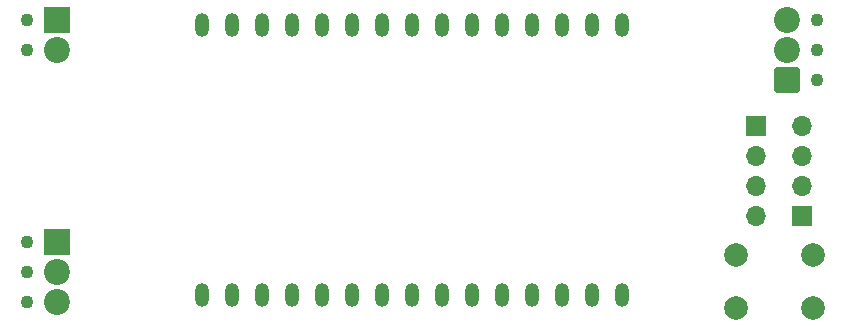
<source format=gbr>
%TF.GenerationSoftware,KiCad,Pcbnew,9.0.0*%
%TF.CreationDate,2025-03-14T11:53:48-04:00*%
%TF.ProjectId,RGB Clock Controller,52474220-436c-46f6-936b-20436f6e7472,rev?*%
%TF.SameCoordinates,Original*%
%TF.FileFunction,Soldermask,Bot*%
%TF.FilePolarity,Negative*%
%FSLAX46Y46*%
G04 Gerber Fmt 4.6, Leading zero omitted, Abs format (unit mm)*
G04 Created by KiCad (PCBNEW 9.0.0) date 2025-03-14 11:53:48*
%MOMM*%
%LPD*%
G01*
G04 APERTURE LIST*
G04 Aperture macros list*
%AMRoundRect*
0 Rectangle with rounded corners*
0 $1 Rounding radius*
0 $2 $3 $4 $5 $6 $7 $8 $9 X,Y pos of 4 corners*
0 Add a 4 corners polygon primitive as box body*
4,1,4,$2,$3,$4,$5,$6,$7,$8,$9,$2,$3,0*
0 Add four circle primitives for the rounded corners*
1,1,$1+$1,$2,$3*
1,1,$1+$1,$4,$5*
1,1,$1+$1,$6,$7*
1,1,$1+$1,$8,$9*
0 Add four rect primitives between the rounded corners*
20,1,$1+$1,$2,$3,$4,$5,0*
20,1,$1+$1,$4,$5,$6,$7,0*
20,1,$1+$1,$6,$7,$8,$9,0*
20,1,$1+$1,$8,$9,$2,$3,0*%
G04 Aperture macros list end*
%ADD10C,1.100000*%
%ADD11R,2.200000X2.200000*%
%ADD12C,2.200000*%
%ADD13R,1.700000X1.700000*%
%ADD14O,1.700000X1.700000*%
%ADD15RoundRect,0.249999X0.850001X-0.850001X0.850001X0.850001X-0.850001X0.850001X-0.850001X-0.850001X0*%
%ADD16O,1.200000X2.000000*%
%ADD17C,2.000000*%
G04 APERTURE END LIST*
D10*
%TO.C,J1*%
X59436000Y-58420000D03*
X59436000Y-60960000D03*
D11*
X61976000Y-58420000D03*
D12*
X61976000Y-60960000D03*
%TD*%
D13*
%TO.C,J3*%
X125095000Y-74955400D03*
D14*
X125095000Y-72415400D03*
X125095000Y-69875400D03*
X125095000Y-67335400D03*
%TD*%
D10*
%TO.C,J5*%
X126365000Y-63500000D03*
X126365000Y-60960000D03*
X126365000Y-58420000D03*
D15*
X123825000Y-63500000D03*
D12*
X123825000Y-60960000D03*
X123825000Y-58420000D03*
%TD*%
D16*
%TO.C,A1*%
X74255000Y-81707000D03*
X76795000Y-81707000D03*
X79335000Y-81707000D03*
X81875000Y-81707000D03*
X84415000Y-81707000D03*
X86955000Y-81707000D03*
X89495000Y-81707000D03*
X92035000Y-81707000D03*
X94575000Y-81707000D03*
X97115000Y-81707000D03*
X99655000Y-81707000D03*
X102195000Y-81707000D03*
X104735000Y-81707000D03*
X107275000Y-81707000D03*
X109815000Y-81707000D03*
X109815000Y-58847000D03*
X107275000Y-58847000D03*
X104735000Y-58847000D03*
X102195000Y-58847000D03*
X99655000Y-58847000D03*
X97115000Y-58847000D03*
X94575000Y-58847000D03*
X92035000Y-58847000D03*
X89495000Y-58847000D03*
X86955000Y-58847000D03*
X84415000Y-58847000D03*
X81875000Y-58847000D03*
X79335000Y-58847000D03*
X76795000Y-58847000D03*
X74255000Y-58847000D03*
%TD*%
D13*
%TO.C,U1*%
X121158000Y-67360800D03*
D14*
X121158000Y-69900800D03*
X121158000Y-72440800D03*
X121158000Y-74980800D03*
%TD*%
D17*
%TO.C,SW3*%
X125984000Y-82804000D03*
X119484000Y-82804000D03*
X125984000Y-78304000D03*
X119484000Y-78304000D03*
%TD*%
D10*
%TO.C,J2*%
X59436000Y-77216000D03*
X59436000Y-79756000D03*
X59436000Y-82296000D03*
D11*
X61976000Y-77216000D03*
D12*
X61976000Y-79756000D03*
X61976000Y-82296000D03*
%TD*%
M02*

</source>
